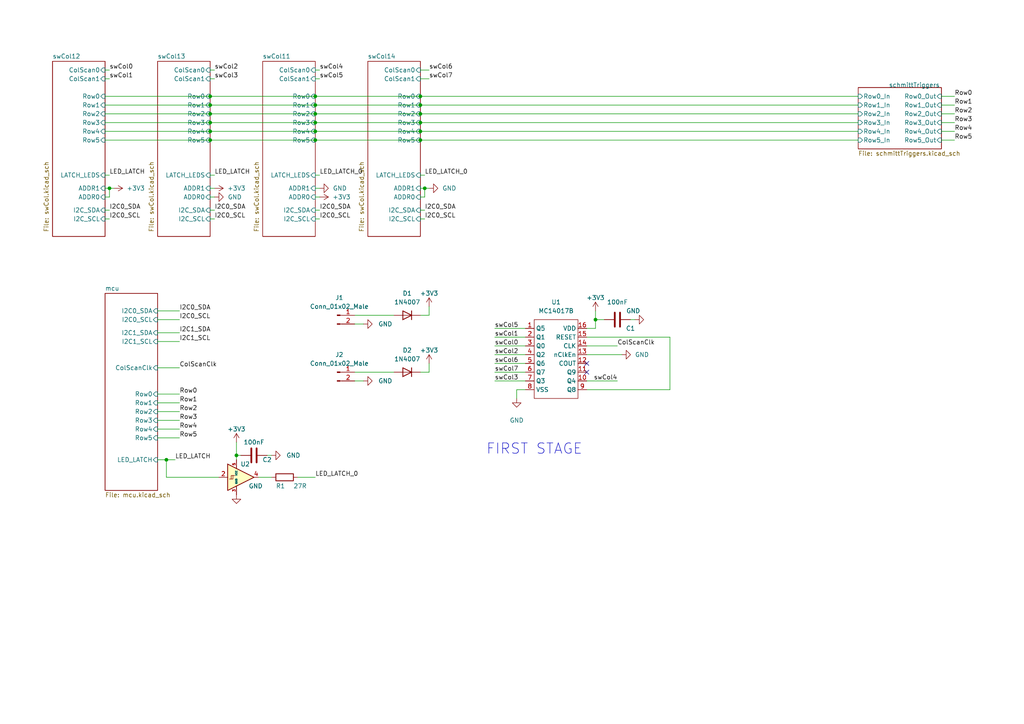
<source format=kicad_sch>
(kicad_sch (version 20211123) (generator eeschema)
  (paper "A4")
  (lib_symbols
    (symbol "Connector:Conn_01x02_Male" (pin_names (offset 1.016) hide)
      (property "Reference" "J" (at 0 2.54 0))
      (property "Value" "Conn_01x02_Male" (at 0 -5.08 0))
      (symbol "Conn_01x02_Male_1_1"
        (polyline (pts (xy 1.27 -2.54) (xy 0.8636 -2.54)) (stroke (width 0.1524)))
        (polyline (pts (xy 1.27 0) (xy 0.8636 0)) (stroke (width 0.1524)))
        (rectangle (start 0.8636 -2.413) (end 0 -2.667) (stroke (width 0.1524)) (fill (type outline)))
        (rectangle (start 0.8636 0.127) (end 0 -0.127) (stroke (width 0.1524)) (fill (type outline)))
        (pin passive line (at 5.08 0 180) (length 3.81) (name "Pin_1") (number "1"))
        (pin passive line (at 5.08 -2.54 180) (length 3.81) (name "Pin_2") (number "2"))
      )
    )
    (symbol "Device:C" (pin_numbers hide) (pin_names (offset 0.254))
      (property "Reference" "C" (at 0.635 2.54 0))
      (property "Value" "C" (at 0.635 -2.54 0))
      (symbol "C_0_1"
        (polyline (pts (xy -2.032 -0.762) (xy 2.032 -0.762)) (stroke (width 0.508)))
        (polyline (pts (xy -2.032 0.762) (xy 2.032 0.762)) (stroke (width 0.508)))
      )
      (symbol "C_1_1"
        (pin passive line (at 0 3.81 270) (length 2.794) (name "~") (number "1"))
        (pin passive line (at 0 -3.81 90) (length 2.794) (name "~") (number "2"))
      )
    )
    (symbol "Device:R" (pin_numbers hide) (pin_names (offset 0))
      (property "Reference" "R" (at 2.032 0 90))
      (property "Value" "R" (at 0 0 90))
      (symbol "R_0_1"
        (rectangle (start -1.016 -2.54) (end 1.016 2.54) (stroke (width 0.254)))
      )
      (symbol "R_1_1"
        (pin passive line (at 0 3.81 270) (length 1.27) (name "~") (number "1"))
        (pin passive line (at 0 -3.81 90) (length 1.27) (name "~") (number "2"))
      )
    )
    (symbol "Diode:1N4007" (pin_numbers hide) (pin_names (offset 1.016) hide)
      (property "Reference" "D" (at 0 2.54 0))
      (property "Value" "1N4007" (at 0 -2.54 0))
      (symbol "1N4007_0_1"
        (polyline (pts (xy -1.27 1.27) (xy -1.27 -1.27)) (stroke (width 0.254)))
        (polyline (pts (xy 1.27 0) (xy -1.27 0)))
        (polyline (pts (xy 1.27 1.27) (xy 1.27 -1.27) (xy -1.27 0) (xy 1.27 1.27)) (stroke (width 0.254)))
      )
      (symbol "1N4007_1_1"
        (pin passive line (at -3.81 0 0) (length 2.54) (name "K") (number "1"))
        (pin passive line (at 3.81 0 180) (length 2.54) (name "A") (number "2"))
      )
    )
    (symbol "User_Global_Symbols:MC14017B"
      (property "Reference" "U" (at 11.43 -1.27 0))
      (property "Value" "MC14017B" (at 5.08 -1.27 0))
      (symbol "MC14017B_0_1"
        (rectangle (start 0 22.86) (end 12.7 0))
      )
      (symbol "MC14017B_1_1"
        (pin output line (at -2.54 20.32 0) (length 2.54) (name "Q5") (number "1"))
        (pin output line (at 15.24 5.08 180) (length 2.54) (name "Q4") (number "10"))
        (pin output line (at 15.24 7.62 180) (length 2.54) (name "Q9") (number "11"))
        (pin output line (at 15.24 10.16 180) (length 2.54) (name "COUT") (number "12"))
        (pin input line (at 15.24 12.7 180) (length 2.54) (name "nClkEn") (number "13"))
        (pin input line (at 15.24 15.24 180) (length 2.54) (name "CLK") (number "14"))
        (pin input line (at 15.24 17.78 180) (length 2.54) (name "RESET") (number "15"))
        (pin power_in line (at 15.24 20.32 180) (length 2.54) (name "VDD") (number "16"))
        (pin output line (at -2.54 17.78 0) (length 2.54) (name "Q1") (number "2"))
        (pin output line (at -2.54 15.24 0) (length 2.54) (name "Q0") (number "3"))
        (pin output line (at -2.54 12.7 0) (length 2.54) (name "Q2") (number "4"))
        (pin output line (at -2.54 10.16 0) (length 2.54) (name "Q6") (number "5"))
        (pin output line (at -2.54 7.62 0) (length 2.54) (name "Q7") (number "6"))
        (pin output line (at -2.54 5.08 0) (length 2.54) (name "Q3") (number "7"))
        (pin power_out line (at -2.54 2.54 0) (length 2.54) (name "VSS") (number "8"))
        (pin output line (at 15.24 2.54 180) (length 2.54) (name "Q8") (number "9"))
      )
    )
    (symbol "User_Global_Symbols:SN74LVC1G17"
      (property "Reference" "U" (at 2.54 3.81 0))
      (symbol "SN74LVC1G17_0_1"
        (polyline (pts (xy -1.016 0.508) (xy -0.508 0.508)))
        (polyline (pts (xy -2.54 3.81) (xy -2.54 -3.81) (xy 5.08 0) (xy -2.54 3.81)) (stroke (width 0.254)) (fill (type background)))
        (polyline (pts (xy -1.524 -0.508) (xy -1.524 0.508) (xy -1.016 0.508) (xy -1.016 -0.508) (xy -2.032 -0.508)))
      )
      (symbol "SN74LVC1G17_1_1"
        (pin no_connect line (at -5.08 2.54 0) (length 2.54) hide (name "") (number "1"))
        (pin input line (at -5.08 0 0) (length 2.54) (name "~") (number "2"))
        (pin power_in line (at 0 -5.08 90) (length 2.54) (name "GND") (number "3"))
        (pin output line (at 6.35 0 180) (length 1.27) (name "~") (number "4"))
        (pin power_in line (at 0 5.08 270) (length 2.54) (name "VCC") (number "5"))
      )
    )
    (symbol "power:+3V3" (power) (pin_names (offset 0))
      (property "Value" "+3V3" (at 0 3.556 0))
      (symbol "+3V3_0_1"
        (polyline (pts (xy -0.762 1.27) (xy 0 2.54)))
        (polyline (pts (xy 0 0) (xy 0 2.54)))
        (polyline (pts (xy 0 2.54) (xy 0.762 1.27)))
      )
      (symbol "+3V3_1_1"
        (pin power_in line (at 0 0 90) (length 0) hide (name "+3V3") (number "1"))
      )
    )
    (symbol "power:GND" (power) (pin_names (offset 0))
      (property "Value" "GND" (at 0 -3.81 0))
      (symbol "GND_0_1"
        (polyline (pts (xy 0 0) (xy 0 -1.27) (xy 1.27 -1.27) (xy 0 -2.54) (xy -1.27 -1.27) (xy 0 -1.27)))
      )
      (symbol "GND_1_1"
        (pin power_in line (at 0 0 270) (length 0) hide (name "GND") (number "1"))
      )
    )
  )
  (junction (at 121.92 27.94))
  (junction (at 91.44 30.48))
  (junction (at 172.72 92.71))
  (junction (at 121.92 33.02))
  (junction (at 121.92 30.48))
  (junction (at 60.96 40.64))
  (junction (at 91.44 33.02))
  (junction (at 31.75 54.61))
  (junction (at 121.92 35.56))
  (junction (at 60.96 38.1))
  (junction (at 121.92 38.1))
  (junction (at 60.96 30.48))
  (junction (at 91.44 38.1))
  (junction (at 60.96 33.02))
  (junction (at 123.19 54.61))
  (junction (at 91.44 35.56))
  (junction (at 91.44 27.94))
  (junction (at 121.92 40.64))
  (junction (at 60.96 27.94))
  (junction (at 48.26 133.35))
  (junction (at 68.58 132.08))
  (junction (at 91.44 40.64))
  (junction (at 60.96 35.56))
  (no_connect (at 170.18 107.95))
  (no_connect (at 170.18 105.41))
  (wire (pts (xy 30.48 57.15) (xy 31.75 57.15)))
  (wire (pts (xy 182.88 92.71) (xy 184.15 92.71)))
  (wire (pts (xy 45.72 127) (xy 52.07 127)))
  (wire (pts (xy 45.72 116.84) (xy 52.07 116.84)))
  (wire (pts (xy 30.48 38.1) (xy 60.96 38.1)))
  (wire (pts (xy 124.46 88.9) (xy 124.46 91.44)))
  (wire (pts (xy 121.92 22.86) (xy 124.46 22.86)))
  (wire (pts (xy 123.19 54.61) (xy 124.46 54.61)))
  (wire (pts (xy 48.26 133.35) (xy 50.8 133.35)))
  (wire (pts (xy 91.44 40.64) (xy 121.92 40.64)))
  (wire (pts (xy 124.46 107.95) (xy 124.46 105.41)))
  (wire (pts (xy 60.96 22.86) (xy 62.23 22.86)))
  (wire (pts (xy 30.48 50.8) (xy 31.75 50.8)))
  (wire (pts (xy 91.44 22.86) (xy 92.71 22.86)))
  (wire (pts (xy 30.48 27.94) (xy 60.96 27.94)))
  (wire (pts (xy 91.44 63.5) (xy 92.71 63.5)))
  (wire (pts (xy 68.58 132.08) (xy 68.58 133.35)))
  (wire (pts (xy 45.72 124.46) (xy 52.07 124.46)))
  (wire (pts (xy 121.92 107.95) (xy 124.46 107.95)))
  (wire (pts (xy 91.44 57.15) (xy 92.71 57.15)))
  (wire (pts (xy 30.48 63.5) (xy 31.75 63.5)))
  (wire (pts (xy 45.72 99.06) (xy 52.07 99.06)))
  (wire (pts (xy 121.92 57.15) (xy 123.19 57.15)))
  (wire (pts (xy 86.36 138.43) (xy 91.44 138.43)))
  (wire (pts (xy 60.96 20.32) (xy 62.23 20.32)))
  (wire (pts (xy 149.86 115.57) (xy 149.86 113.03)))
  (wire (pts (xy 121.92 33.02) (xy 248.92 33.02)))
  (wire (pts (xy 172.72 90.17) (xy 172.72 92.71)))
  (wire (pts (xy 121.92 38.1) (xy 248.92 38.1)))
  (wire (pts (xy 60.96 33.02) (xy 91.44 33.02)))
  (wire (pts (xy 30.48 54.61) (xy 31.75 54.61)))
  (wire (pts (xy 123.19 54.61) (xy 123.19 57.15)))
  (wire (pts (xy 31.75 54.61) (xy 33.02 54.61)))
  (wire (pts (xy 273.05 27.94) (xy 276.86 27.94)))
  (wire (pts (xy 143.51 102.87) (xy 152.4 102.87)))
  (wire (pts (xy 121.92 91.44) (xy 124.46 91.44)))
  (wire (pts (xy 30.48 35.56) (xy 60.96 35.56)))
  (wire (pts (xy 102.87 93.98) (xy 105.41 93.98)))
  (wire (pts (xy 45.72 90.17) (xy 52.07 90.17)))
  (wire (pts (xy 170.18 102.87) (xy 180.34 102.87)))
  (wire (pts (xy 149.86 113.03) (xy 152.4 113.03)))
  (wire (pts (xy 30.48 22.86) (xy 31.75 22.86)))
  (wire (pts (xy 170.18 100.33) (xy 179.07 100.33)))
  (wire (pts (xy 63.5 138.43) (xy 48.26 138.43)))
  (wire (pts (xy 121.92 40.64) (xy 248.92 40.64)))
  (wire (pts (xy 91.44 54.61) (xy 92.71 54.61)))
  (wire (pts (xy 143.51 100.33) (xy 152.4 100.33)))
  (wire (pts (xy 121.92 30.48) (xy 248.92 30.48)))
  (wire (pts (xy 172.72 95.25) (xy 170.18 95.25)))
  (wire (pts (xy 273.05 40.64) (xy 276.86 40.64)))
  (wire (pts (xy 60.96 63.5) (xy 62.23 63.5)))
  (wire (pts (xy 102.87 107.95) (xy 114.3 107.95)))
  (wire (pts (xy 60.96 54.61) (xy 62.23 54.61)))
  (wire (pts (xy 273.05 33.02) (xy 276.86 33.02)))
  (wire (pts (xy 172.72 92.71) (xy 172.72 95.25)))
  (wire (pts (xy 194.31 113.03) (xy 194.31 97.79)))
  (wire (pts (xy 60.96 57.15) (xy 62.23 57.15)))
  (wire (pts (xy 91.44 38.1) (xy 121.92 38.1)))
  (wire (pts (xy 91.44 27.94) (xy 121.92 27.94)))
  (wire (pts (xy 143.51 110.49) (xy 152.4 110.49)))
  (wire (pts (xy 102.87 110.49) (xy 105.41 110.49)))
  (wire (pts (xy 45.72 119.38) (xy 52.07 119.38)))
  (wire (pts (xy 68.58 132.08) (xy 69.85 132.08)))
  (wire (pts (xy 143.51 107.95) (xy 152.4 107.95)))
  (wire (pts (xy 91.44 35.56) (xy 121.92 35.56)))
  (wire (pts (xy 45.72 121.92) (xy 52.07 121.92)))
  (wire (pts (xy 30.48 40.64) (xy 60.96 40.64)))
  (wire (pts (xy 170.18 97.79) (xy 194.31 97.79)))
  (wire (pts (xy 60.96 27.94) (xy 91.44 27.94)))
  (wire (pts (xy 45.72 92.71) (xy 52.07 92.71)))
  (wire (pts (xy 121.92 54.61) (xy 123.19 54.61)))
  (wire (pts (xy 143.51 97.79) (xy 152.4 97.79)))
  (wire (pts (xy 30.48 30.48) (xy 60.96 30.48)))
  (wire (pts (xy 170.18 110.49) (xy 179.07 110.49)))
  (wire (pts (xy 91.44 20.32) (xy 92.71 20.32)))
  (wire (pts (xy 121.92 63.5) (xy 123.19 63.5)))
  (wire (pts (xy 60.96 35.56) (xy 91.44 35.56)))
  (wire (pts (xy 45.72 96.52) (xy 52.07 96.52)))
  (wire (pts (xy 91.44 33.02) (xy 121.92 33.02)))
  (wire (pts (xy 74.93 138.43) (xy 78.74 138.43)))
  (wire (pts (xy 48.26 138.43) (xy 48.26 133.35)))
  (wire (pts (xy 273.05 38.1) (xy 276.86 38.1)))
  (wire (pts (xy 60.96 40.64) (xy 91.44 40.64)))
  (wire (pts (xy 30.48 33.02) (xy 60.96 33.02)))
  (wire (pts (xy 121.92 20.32) (xy 124.46 20.32)))
  (wire (pts (xy 121.92 27.94) (xy 248.92 27.94)))
  (wire (pts (xy 30.48 20.32) (xy 31.75 20.32)))
  (wire (pts (xy 30.48 60.96) (xy 31.75 60.96)))
  (wire (pts (xy 143.51 105.41) (xy 152.4 105.41)))
  (wire (pts (xy 68.58 128.27) (xy 68.58 132.08)))
  (wire (pts (xy 60.96 38.1) (xy 91.44 38.1)))
  (wire (pts (xy 121.92 50.8) (xy 123.19 50.8)))
  (wire (pts (xy 45.72 133.35) (xy 48.26 133.35)))
  (wire (pts (xy 102.87 91.44) (xy 114.3 91.44)))
  (wire (pts (xy 77.47 132.08) (xy 78.74 132.08)))
  (wire (pts (xy 121.92 60.96) (xy 123.19 60.96)))
  (wire (pts (xy 172.72 92.71) (xy 175.26 92.71)))
  (wire (pts (xy 91.44 30.48) (xy 121.92 30.48)))
  (wire (pts (xy 45.72 114.3) (xy 52.07 114.3)))
  (wire (pts (xy 91.44 60.96) (xy 92.71 60.96)))
  (wire (pts (xy 91.44 50.8) (xy 92.71 50.8)))
  (wire (pts (xy 121.92 35.56) (xy 248.92 35.56)))
  (wire (pts (xy 143.51 95.25) (xy 152.4 95.25)))
  (wire (pts (xy 60.96 30.48) (xy 91.44 30.48)))
  (wire (pts (xy 60.96 50.8) (xy 62.23 50.8)))
  (wire (pts (xy 60.96 60.96) (xy 62.23 60.96)))
  (wire (pts (xy 170.18 113.03) (xy 194.31 113.03)))
  (wire (pts (xy 273.05 30.48) (xy 276.86 30.48)))
  (wire (pts (xy 45.72 106.68) (xy 52.07 106.68)))
  (wire (pts (xy 273.05 35.56) (xy 276.86 35.56)))
  (wire (pts (xy 31.75 54.61) (xy 31.75 57.15)))
  (text "FIRST STAGE" (at 140.97 132.08 0) (effects (font (size 3 3)) (justify left bottom)))
  (label "Row3" (at 276.86 35.56 0))
  (label "I2C0_SCL" (at 31.75 63.5 0))
  (label "Row5" (at 52.07 127 0))
  (label "swCol1" (at 31.75 22.86 0))
  (label "Row2" (at 276.86 33.02 0))
  (label "I2C1_SDA" (at 52.07 96.52 0))
  (label "swCol6" (at 124.46 20.32 0))
  (label "ColScanClk" (at 179.07 100.33 0))
  (label "LED_LATCH_0" (at 123.19 50.8 0))
  (label "ColScanClk" (at 52.07 106.68 0))
  (label "I2C0_SCL" (at 62.23 63.5 0))
  (label "swCol6" (at 143.51 105.41 0))
  (label "LED_LATCH" (at 50.8 133.35 0))
  (label "I2C0_SCL" (at 52.07 92.71 0))
  (label "swCol3" (at 143.51 110.49 0))
  (label "swCol5" (at 143.51 95.25 0))
  (label "Row4" (at 52.07 124.46 0))
  (label "Row0" (at 276.86 27.94 0))
  (label "Row1" (at 52.07 116.84 0))
  (label "I2C1_SCL" (at 52.07 99.06 0))
  (label "Row4" (at 276.86 38.1 0))
  (label "swCol5" (at 92.71 22.86 0))
  (label "Row0" (at 52.07 114.3 0))
  (label "LED_LATCH_0" (at 92.71 50.8 0))
  (label "swCol3" (at 62.23 22.86 0))
  (label "I2C0_SDA" (at 52.07 90.17 0))
  (label "I2C0_SDA" (at 31.75 60.96 0))
  (label "Row3" (at 52.07 121.92 0))
  (label "swCol2" (at 143.51 102.87 0))
  (label "swCol7" (at 143.51 107.95 0))
  (label "Row5" (at 276.86 40.64 0))
  (label "LED_LATCH" (at 62.23 50.8 0))
  (label "swCol0" (at 31.75 20.32 0))
  (label "Row2" (at 52.07 119.38 0))
  (label "I2C0_SDA" (at 92.71 60.96 0))
  (label "LED_LATCH" (at 31.75 50.8 0))
  (label "swCol4" (at 179.07 110.49 180))
  (label "Row1" (at 276.86 30.48 0))
  (label "swCol7" (at 124.46 22.86 0))
  (label "swCol4" (at 92.71 20.32 0))
  (label "swCol2" (at 62.23 20.32 0))
  (label "swCol0" (at 143.51 100.33 0))
  (label "swCol1" (at 143.51 97.79 0))
  (label "I2C0_SDA" (at 62.23 60.96 0))
  (label "I2C0_SCL" (at 92.71 63.5 0))
  (label "LED_LATCH_0" (at 91.44 138.43 0))
  (label "I2C0_SCL" (at 123.19 63.5 0))
  (label "I2C0_SDA" (at 123.19 60.96 0))
  (symbol (lib_id "power:GND") (at 92.71 54.61 90) (unit 1)
    (property "Reference" "#PWR03" (effects hide))
    (property "Value" "GND" (at 96.52 54.6099 90) (effects (justify right)))
  )
  (symbol (lib_id "Diode:1N4007") (at 118.11 91.44 180) (unit 1)
    (property "Reference" "D1" (at 118.11 85.09 0))
    (property "Value" "1N4007" (at 118.11 87.63 0))
    (property "Footprint" "Diode_THT:D_DO-41_SOD81_P10.16mm_Horizontal" (effects hide))
    (property "Datasheet" "http://www.vishay.com/docs/88503/1n4001.pdf" (effects hide))
  )
  (symbol (lib_id "Connector:Conn_01x02_Male") (at 97.79 91.44 0) (unit 1)
    (property "Reference" "J1" (at 98.425 86.36 0))
    (property "Value" "Conn_01x02_Male" (at 98.425 88.9 0))
    (property "Footprint" "Connector_PinHeader_2.54mm:PinHeader_1x02_P2.54mm_Horizontal" (effects hide))
  )
  (symbol (lib_id "Device:R") (at 82.55 138.43 270) (unit 1)
    (property "Reference" "R1" (at 80.01 140.97 90) (effects (justify left)))
    (property "Value" "27R" (at 85.09 140.97 90) (effects (justify left)))
    (property "Footprint" "Resistor_SMD:R_0603_1608Metric" (effects hide))
    (property "LCSC" "C25190" (effects hide))
  )
  (symbol (lib_id "power:+3V3") (at 33.02 54.61 270) (unit 1)
    (property "Reference" "#PWR01" (effects hide))
    (property "Value" "+3V3" (at 39.37 54.61 90))
  )
  (symbol (lib_id "power:GND") (at 180.34 102.87 90) (unit 1)
    (property "Reference" "#PWR011" (effects hide))
    (property "Value" "GND" (at 184.15 102.87 90) (effects (justify right)))
  )
  (symbol (lib_id "power:GND") (at 124.46 54.61 90) (unit 1)
    (property "Reference" "#PWR04" (effects hide))
    (property "Value" "GND" (at 128.27 54.6099 90) (effects (justify right)))
  )
  (symbol (lib_id "power:GND") (at 184.15 92.71 90) (unit 1)
    (property "Reference" "#PWR09" (effects hide))
    (property "Value" "GND" (at 181.61 90.17 90) (effects (justify right)))
  )
  (symbol (lib_id "Connector:Conn_01x02_Male") (at 97.79 107.95 0) (unit 1)
    (property "Reference" "J2" (at 98.425 102.87 0))
    (property "Value" "Conn_01x02_Male" (at 98.425 105.41 0))
    (property "Footprint" "Connector_PinHeader_2.54mm:PinHeader_1x02_P2.54mm_Horizontal" (effects hide))
  )
  (symbol (lib_id "Device:C") (at 179.07 92.71 90) (unit 1)
    (property "Reference" "C1" (at 182.88 95.25 90))
    (property "Value" "100nF" (at 179.07 87.63 90))
    (property "Footprint" "Capacitor_SMD:C_0603_1608Metric" (effects hide))
    (property "LCSC" "C14663" (effects hide))
  )
  (symbol (lib_id "power:GND") (at 68.58 143.51 0) (unit 1)
    (property "Reference" "#PWR017" (effects hide))
    (property "Value" "GND" (at 76.2 140.97 0) (effects (justify right)))
  )
  (symbol (lib_id "User_Global_Symbols:SN74LVC1G17") (at 68.58 138.43 0) (unit 1)
    (property "Reference" "U2" (at 71.12 134.62 0))
    (property "Value" "SN74LVC1G17" (effects hide))
    (property "Footprint" "Package_TO_SOT_SMD:SOT-23-5_HandSoldering" (effects hide))
    (property "Datasheet" "https://www.ti.com/lit/ds/symlink/sn74lvc1g17.pdf?ts=1659942304699&ref_url=https%253A%252F%252Fwww.google.com%252F" (effects hide))
    (property "LCSC" "C7836" (effects hide))
  )
  (symbol (lib_id "power:+3V3") (at 124.46 88.9 0) (unit 1)
    (property "Reference" "#PWR07" (effects hide))
    (property "Value" "+3V3" (at 124.46 85.09 0))
  )
  (symbol (lib_id "power:+3V3") (at 68.58 128.27 0) (unit 1)
    (property "Reference" "#PWR015" (effects hide))
    (property "Value" "+3V3" (at 68.58 124.46 0))
  )
  (symbol (lib_id "power:+3V3") (at 124.46 105.41 0) (unit 1)
    (property "Reference" "#PWR012" (effects hide))
    (property "Value" "+3V3" (at 124.46 101.6 0))
  )
  (symbol (lib_id "power:+3V3") (at 62.23 54.61 270) (unit 1)
    (property "Reference" "#PWR02" (effects hide))
    (property "Value" "+3V3" (at 68.58 54.61 90))
  )
  (symbol (lib_id "power:GND") (at 149.86 115.57 0) (unit 1)
    (property "Reference" "#PWR014" (effects hide))
    (property "Value" "GND" (at 149.86 121.92 0))
  )
  (symbol (lib_id "power:GND") (at 105.41 110.49 90) (unit 1)
    (property "Reference" "#PWR013" (effects hide))
    (property "Value" "GND" (at 111.76 110.49 90))
  )
  (symbol (lib_id "power:+3V3") (at 92.71 57.15 270) (unit 1)
    (property "Reference" "#PWR06" (effects hide))
    (property "Value" "+3V3" (at 99.06 57.15 90))
  )
  (symbol (lib_id "power:GND") (at 62.23 57.15 90) (unit 1)
    (property "Reference" "#PWR05" (effects hide))
    (property "Value" "GND" (at 66.04 57.1499 90) (effects (justify right)))
  )
  (symbol (lib_id "Device:C") (at 73.66 132.08 90) (unit 1)
    (property "Reference" "C2" (at 77.47 133.35 90))
    (property "Value" "100nF" (at 73.66 128.27 90))
    (property "Footprint" "Capacitor_SMD:C_0603_1608Metric" (effects hide))
    (property "LCSC" "C14663" (effects hide))
  )
  (symbol (lib_id "User_Global_Symbols:MC14017B") (at 154.94 115.57 0) (unit 1)
    (property "Reference" "U1" (at 161.29 87.63 0))
    (property "Value" "MC14017B" (at 161.29 90.17 0))
    (property "Footprint" "Package_SO:SOIC-16_3.9x9.9mm_P1.27mm" (effects hide))
    (property "LCSC" "C512979" (effects hide))
  )
  (symbol (lib_id "power:+3V3") (at 172.72 90.17 0) (unit 1)
    (property "Reference" "#PWR08" (effects hide))
    (property "Value" "+3V3" (at 172.72 86.36 0))
  )
  (symbol (lib_id "power:GND") (at 78.74 132.08 90) (unit 1)
    (property "Reference" "#PWR016" (effects hide))
    (property "Value" "GND" (at 85.09 132.08 90))
  )
  (symbol (lib_id "power:GND") (at 105.41 93.98 90) (unit 1)
    (property "Reference" "#PWR010" (effects hide))
    (property "Value" "GND" (at 111.76 93.98 90))
  )
  (symbol (lib_id "Diode:1N4007") (at 118.11 107.95 180) (unit 1)
    (property "Reference" "D2" (at 118.11 101.6 0))
    (property "Value" "1N4007" (at 118.11 104.14 0))
    (property "Footprint" "Diode_THT:D_DO-41_SOD81_P10.16mm_Horizontal" (effects hide))
    (property "Datasheet" "http://www.vishay.com/docs/88503/1n4001.pdf" (effects hide))
  )
  (sheet (at 106.68 17.78) (size 15.24 50.8) (stroke (width 0.1524))
    (property "Sheet name" "swCol14" (at 106.68 17.0684 0) (effects (justify left bottom)))
    (property "Sheet file" "swCol.kicad_sch" (at 104.14 67.31 90) (effects (justify left top)))
    (pin "LATCH_LEDS" input (at 121.92 50.8 0))
    (pin "I2C_SDA" input (at 121.92 60.96 0))
    (pin "I2C_SCL" input (at 121.92 63.5 0))
    (pin "ADDR1" input (at 121.92 54.61 0))
    (pin "ADDR0" input (at 121.92 57.15 0))
    (pin "Row4" input (at 121.92 38.1 0))
    (pin "Row5" input (at 121.92 40.64 0))
    (pin "ColScan0" input (at 121.92 20.32 0))
    (pin "ColScan1" input (at 121.92 22.86 0))
    (pin "Row0" input (at 121.92 27.94 0))
    (pin "Row1" input (at 121.92 30.48 0))
    (pin "Row2" input (at 121.92 33.02 0))
    (pin "Row3" input (at 121.92 35.56 0))
  )
  (sheet (at 76.2 17.78) (size 15.24 50.8) (stroke (width 0.1524))
    (property "Sheet name" "swCol11" (at 76.2 17.0684 0) (effects (justify left bottom)))
    (property "Sheet file" "swCol.kicad_sch" (at 73.66 67.31 90) (effects (justify left top)))
    (pin "LATCH_LEDS" input (at 91.44 50.8 0))
    (pin "I2C_SDA" input (at 91.44 60.96 0))
    (pin "I2C_SCL" input (at 91.44 63.5 0))
    (pin "ADDR1" input (at 91.44 54.61 0))
    (pin "ADDR0" input (at 91.44 57.15 0))
    (pin "Row4" input (at 91.44 38.1 0))
    (pin "Row5" input (at 91.44 40.64 0))
    (pin "ColScan0" input (at 91.44 20.32 0))
    (pin "ColScan1" input (at 91.44 22.86 0))
    (pin "Row0" input (at 91.44 27.94 0))
    (pin "Row1" input (at 91.44 30.48 0))
    (pin "Row2" input (at 91.44 33.02 0))
    (pin "Row3" input (at 91.44 35.56 0))
  )
  (sheet (at 15.24 17.78) (size 15.24 50.8) (stroke (width 0.1524))
    (property "Sheet name" "swCol12" (at 15.24 17.0684 0) (effects (justify left bottom)))
    (property "Sheet file" "swCol.kicad_sch" (at 12.7 67.31 90) (effects (justify left top)))
    (pin "LATCH_LEDS" input (at 30.48 50.8 0))
    (pin "I2C_SDA" input (at 30.48 60.96 0))
    (pin "I2C_SCL" input (at 30.48 63.5 0))
    (pin "ADDR1" input (at 30.48 54.61 0))
    (pin "ADDR0" input (at 30.48 57.15 0))
    (pin "Row4" input (at 30.48 38.1 0))
    (pin "Row5" input (at 30.48 40.64 0))
    (pin "ColScan0" input (at 30.48 20.32 0))
    (pin "ColScan1" input (at 30.48 22.86 0))
    (pin "Row0" input (at 30.48 27.94 0))
    (pin "Row1" input (at 30.48 30.48 0))
    (pin "Row2" input (at 30.48 33.02 0))
    (pin "Row3" input (at 30.48 35.56 0))
  )
  (sheet (at 45.72 17.78) (size 15.24 50.8) (stroke (width 0.1524))
    (property "Sheet name" "swCol13" (at 45.72 17.0684 0) (effects (justify left bottom)))
    (property "Sheet file" "swCol.kicad_sch" (at 43.18 67.31 90) (effects (justify left top)))
    (pin "LATCH_LEDS" input (at 60.96 50.8 0))
    (pin "I2C_SDA" input (at 60.96 60.96 0))
    (pin "I2C_SCL" input (at 60.96 63.5 0))
    (pin "ADDR1" input (at 60.96 54.61 0))
    (pin "ADDR0" input (at 60.96 57.15 0))
    (pin "Row4" input (at 60.96 38.1 0))
    (pin "Row5" input (at 60.96 40.64 0))
    (pin "ColScan0" input (at 60.96 20.32 0))
    (pin "ColScan1" input (at 60.96 22.86 0))
    (pin "Row0" input (at 60.96 27.94 0))
    (pin "Row1" input (at 60.96 30.48 0))
    (pin "Row2" input (at 60.96 33.02 0))
    (pin "Row3" input (at 60.96 35.56 0))
  )
  (sheet (at 30.48 85.09) (size 15.24 57.15) (stroke (width 0.1524))
    (property "Sheet name" "mcu" (at 30.48 84.3784 0) (effects (justify left bottom)))
    (property "Sheet file" "mcu.kicad_sch" (at 30.48 142.8246 0) (effects (justify left top)))
    (pin "I2C0_SCL" input (at 45.72 92.71 0))
    (pin "I2C0_SDA" input (at 45.72 90.17 0))
    (pin "ColScanClk" input (at 45.72 106.68 0))
    (pin "Row5" input (at 45.72 127 0))
    (pin "Row3" input (at 45.72 121.92 0))
    (pin "Row0" input (at 45.72 114.3 0))
    (pin "Row1" input (at 45.72 116.84 0))
    (pin "Row2" input (at 45.72 119.38 0))
    (pin "Row4" input (at 45.72 124.46 0))
    (pin "LED_LATCH" input (at 45.72 133.35 0))
    (pin "I2C1_SDA" input (at 45.72 96.52 0))
    (pin "I2C1_SCL" input (at 45.72 99.06 0))
  )
  (sheet (at 248.92 25.4) (size 24.13 17.78) (stroke (width 0.1524))
    (property "Sheet name" "schmittTriggers" (at 257.81 25.4 0) (effects (justify left bottom)))
    (property "Sheet file" "schmittTriggers.kicad_sch" (at 248.92 43.7646 0) (effects (justify left top)))
    (pin "Row3_Out" input (at 273.05 35.56 0))
    (pin "Row3_In" input (at 248.92 35.56 180))
    (pin "Row1_In" input (at 248.92 30.48 180))
    (pin "Row2_Out" input (at 273.05 33.02 0))
    (pin "Row1_Out" input (at 273.05 30.48 0))
    (pin "Row0_Out" input (at 273.05 27.94 0))
    (pin "Row2_In" input (at 248.92 33.02 180))
    (pin "Row0_In" input (at 248.92 27.94 180))
    (pin "Row5_In" input (at 248.92 40.64 180))
    (pin "Row5_Out" input (at 273.05 40.64 0))
    (pin "Row4_Out" input (at 273.05 38.1 0))
    (pin "Row4_In" input (at 248.92 38.1 180))
  )
)
</source>
